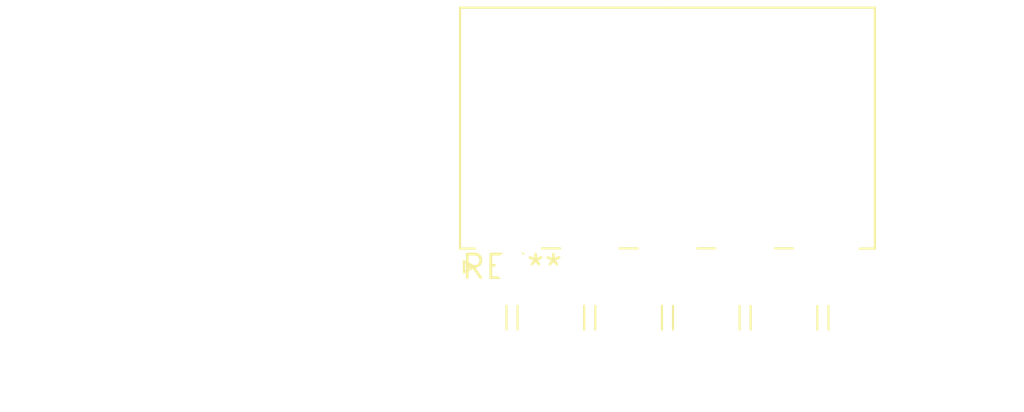
<source format=kicad_pcb>
(kicad_pcb (version 20240108) (generator pcbnew)
  (layers (0 "F.Cu" signal) (31 "B.Cu" signal) (34 "B.Paste" user) (35 "F.Paste" user) (36 "B.SilkS" user "B.Silkscreen") (37 "F.SilkS" user "F.Silkscreen") (38 "B.Mask" user) (39 "F.Mask" user) (44 "Edge.Cuts" user))
  (net 0 "")
  (footprint "Molex_Mini-Fit_Jr_5569-10A2_2x05_P4.20mm_Horizontal" (layer "F.Cu") (at 0 0)
    (property "Reference" "REF**")
    (property "Value" "Molex_Mini-Fit_Jr_5569-10A2_2x05_P4.20mm_Horizontal")
    (fp_line (start -2.81 -14.01) (end 8.4 -14.01) (layer "F.SilkS") (stroke (width 0.12)))
    (fp_line (start -2.81 -0.99) (end -2.81 -14.01) (layer "F.SilkS") (stroke (width 0.12)))
    (fp_line (start -2.6 -0.3) (end -2 0) (layer "F.SilkS") (stroke (width 0.12)))
    (fp_line (start -2.6 0.3) (end -2.6 -0.3) (layer "F.SilkS") (stroke (width 0.12)))
    (fp_line (start -2 -0.99) (end -2.81 -0.99) (layer "F.SilkS") (stroke (width 0.12)))
    (fp_line (start -2 0) (end -2.6 0.3) (layer "F.SilkS") (stroke (width 0.12)))
    (fp_line (start -0.3 2.11) (end -0.3 3.39) (layer "F.SilkS") (stroke (width 0.12)))
    (fp_line (start 0.3 2.11) (end 0.3 3.39) (layer "F.SilkS") (stroke (width 0.12)))
    (fp_line (start 1.61 -1) (end 2.59 -1) (layer "F.SilkS") (stroke (width 0.12)))
    (fp_line (start 3.9 2.11) (end 3.9 3.39) (layer "F.SilkS") (stroke (width 0.12)))
    (fp_line (start 4.5 2.11) (end 4.5 3.39) (layer "F.SilkS") (stroke (width 0.12)))
    (fp_line (start 5.81 -1) (end 6.79 -1) (layer "F.SilkS") (stroke (width 0.12)))
    (fp_line (start 8.1 2.11) (end 8.1 3.39) (layer "F.SilkS") (stroke (width 0.12)))
    (fp_line (start 8.7 2.11) (end 8.7 3.39) (layer "F.SilkS") (stroke (width 0.12)))
    (fp_line (start 10.01 -1) (end 10.99 -1) (layer "F.SilkS") (stroke (width 0.12)))
    (fp_line (start 12.3 2.11) (end 12.3 3.39) (layer "F.SilkS") (stroke (width 0.12)))
    (fp_line (start 12.9 2.11) (end 12.9 3.39) (layer "F.SilkS") (stroke (width 0.12)))
    (fp_line (start 14.21 -1) (end 15.19 -1) (layer "F.SilkS") (stroke (width 0.12)))
    (fp_line (start 16.5 2.11) (end 16.5 3.39) (layer "F.SilkS") (stroke (width 0.12)))
    (fp_line (start 17.1 2.11) (end 17.1 3.39) (layer "F.SilkS") (stroke (width 0.12)))
    (fp_line (start 18.8 -0.99) (end 19.61 -0.99) (layer "F.SilkS") (stroke (width 0.12)))
    (fp_line (start 19.61 -14.01) (end 8.4 -14.01) (layer "F.SilkS") (stroke (width 0.12)))
    (fp_line (start 19.61 -0.99) (end 19.61 -14.01) (layer "F.SilkS") (stroke (width 0.12)))
    (pad "" np_thru_hole circle (at 0 -7.3) (size 3 3) (drill 3) (layers *.Cu *.Mask))
    (pad "" np_thru_hole circle (at 16.8 -7.3) (size 3 3) (drill 3) (layers *.Cu *.Mask))
    (pad "1" thru_hole roundrect (at 0 0) (size 2.7 3.7) (drill 1.8) (layers *.Cu *.Mask) (remove_unused_layers) (roundrect_rratio 0.092593))
    (pad "2" thru_hole oval (at 4.2 0) (size 2.7 3.7) (drill 1.8) (layers *.Cu *.Mask) (remove_unused_layers))
    (pad "3" thru_hole oval (at 8.4 0) (size 2.7 3.7) (drill 1.8) (layers *.Cu *.Mask) (remove_unused_layers))
    (pad "4" thru_hole oval (at 12.6 0) (size 2.7 3.7) (drill 1.8) (layers *.Cu *.Mask) (remove_unused_layers))
    (pad "5" thru_hole oval (at 16.8 0) (size 2.7 3.7) (drill 1.8) (layers *.Cu *.Mask) (remove_unused_layers))
    (pad "6" thru_hole oval (at 0 5.5) (size 2.7 3.7) (drill 1.8) (layers *.Cu *.Mask) (remove_unused_layers))
    (pad "7" thru_hole oval (at 4.2 5.5) (size 2.7 3.7) (drill 1.8) (layers *.Cu *.Mask) (remove_unused_layers))
    (pad "8" thru_hole oval (at 8.4 5.5) (size 2.7 3.7) (drill 1.8) (layers *.Cu *.Mask) (remove_unused_layers))
    (pad "9" thru_hole oval (at 12.6 5.5) (size 2.7 3.7) (drill 1.8) (layers *.Cu *.Mask) (remove_unused_layers))
    (pad "10" thru_hole oval (at 16.8 5.5) (size 2.7 3.7) (drill 1.8) (layers *.Cu *.Mask) (remove_unused_layers))
  )
)
</source>
